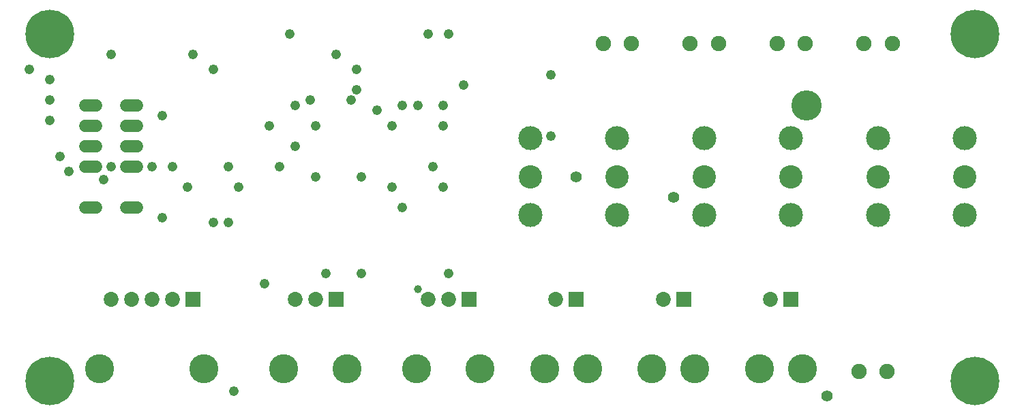
<source format=gbs>
G75*
%MOIN*%
%OFA0B0*%
%FSLAX24Y24*%
%IPPOS*%
%LPD*%
%AMOC8*
5,1,8,0,0,1.08239X$1,22.5*
%
%ADD10R,0.0730X0.0730*%
%ADD11C,0.0730*%
%ADD12C,0.1420*%
%ADD13C,0.0595*%
%ADD14C,0.0749*%
%ADD15C,0.2380*%
%ADD16C,0.1143*%
%ADD17C,0.1175*%
%ADD18C,0.0476*%
%ADD19C,0.0480*%
%ADD20C,0.1480*%
%ADD21C,0.0560*%
%ADD22C,0.0390*%
D10*
X008800Y005800D03*
X015800Y005800D03*
X022300Y005800D03*
X027550Y005800D03*
X032800Y005800D03*
X038050Y005800D03*
D11*
X037050Y005800D03*
X031800Y005800D03*
X026550Y005800D03*
X021300Y005800D03*
X020300Y005800D03*
X014800Y005800D03*
X013800Y005800D03*
X007800Y005800D03*
X006800Y005800D03*
X005800Y005800D03*
X004800Y005800D03*
D12*
X004250Y002400D03*
X009350Y002400D03*
X013250Y002400D03*
X016350Y002400D03*
X019750Y002400D03*
X022850Y002400D03*
X026000Y002400D03*
X028100Y002400D03*
X031250Y002400D03*
X033350Y002400D03*
X036500Y002400D03*
X038600Y002400D03*
D13*
X006057Y010300D02*
X005543Y010300D01*
X004057Y010300D02*
X003543Y010300D01*
X003543Y012300D02*
X004057Y012300D01*
X005543Y012300D02*
X006057Y012300D01*
X006057Y013300D02*
X005543Y013300D01*
X004057Y013300D02*
X003543Y013300D01*
X003543Y014300D02*
X004057Y014300D01*
X005543Y014300D02*
X006057Y014300D01*
X006057Y015300D02*
X005543Y015300D01*
X004057Y015300D02*
X003543Y015300D01*
D14*
X028861Y018339D03*
X030239Y018339D03*
X033111Y018339D03*
X034489Y018339D03*
X037361Y018339D03*
X038739Y018339D03*
X041611Y018339D03*
X042989Y018339D03*
X042739Y002261D03*
X041361Y002261D03*
D15*
X001800Y001800D03*
X001800Y018800D03*
X047050Y018800D03*
X047050Y001800D03*
D16*
X046550Y011800D03*
X042300Y011800D03*
X038050Y011800D03*
X033800Y011800D03*
X029550Y011800D03*
X025300Y011800D03*
D17*
X025300Y009910D03*
X029550Y009910D03*
X033800Y009910D03*
X038050Y009910D03*
X042300Y009910D03*
X046550Y009910D03*
X046550Y013690D03*
X042300Y013690D03*
X038050Y013690D03*
X033800Y013690D03*
X029550Y013690D03*
X025300Y013690D03*
D18*
X021050Y014300D03*
X021050Y015300D03*
X019800Y015300D03*
X019050Y015300D03*
X017800Y015050D03*
X016550Y015550D03*
X016800Y016050D03*
X016800Y017050D03*
X015800Y017800D03*
X013550Y018800D03*
X009800Y017050D03*
X008800Y017800D03*
X004800Y017800D03*
X001800Y016550D03*
X000800Y017050D03*
X001800Y015550D03*
X001800Y014550D03*
X002300Y012800D03*
X002750Y012050D03*
X004450Y011650D03*
X004800Y012300D03*
X006800Y012300D03*
X007800Y012300D03*
X008550Y011300D03*
X010550Y012300D03*
X011050Y011300D03*
X013050Y012300D03*
X014800Y011800D03*
X017050Y011800D03*
X018550Y011300D03*
X019050Y010300D03*
X021050Y011300D03*
X020550Y012300D03*
X018550Y014300D03*
X014800Y014300D03*
X012550Y014300D03*
X013800Y013300D03*
X013800Y015300D03*
X014550Y015550D03*
X007300Y014800D03*
X007300Y009800D03*
X009800Y009550D03*
X010550Y009550D03*
X015300Y007050D03*
X017050Y007050D03*
X021300Y007050D03*
X012300Y006550D03*
X010800Y001300D03*
X022050Y016300D03*
X021300Y018800D03*
X020300Y018800D03*
D19*
X026300Y016800D03*
X026300Y013800D03*
D20*
X038800Y015300D03*
D21*
X032300Y010800D03*
X027550Y011800D03*
X039800Y001050D03*
D22*
X019800Y006300D03*
M02*

</source>
